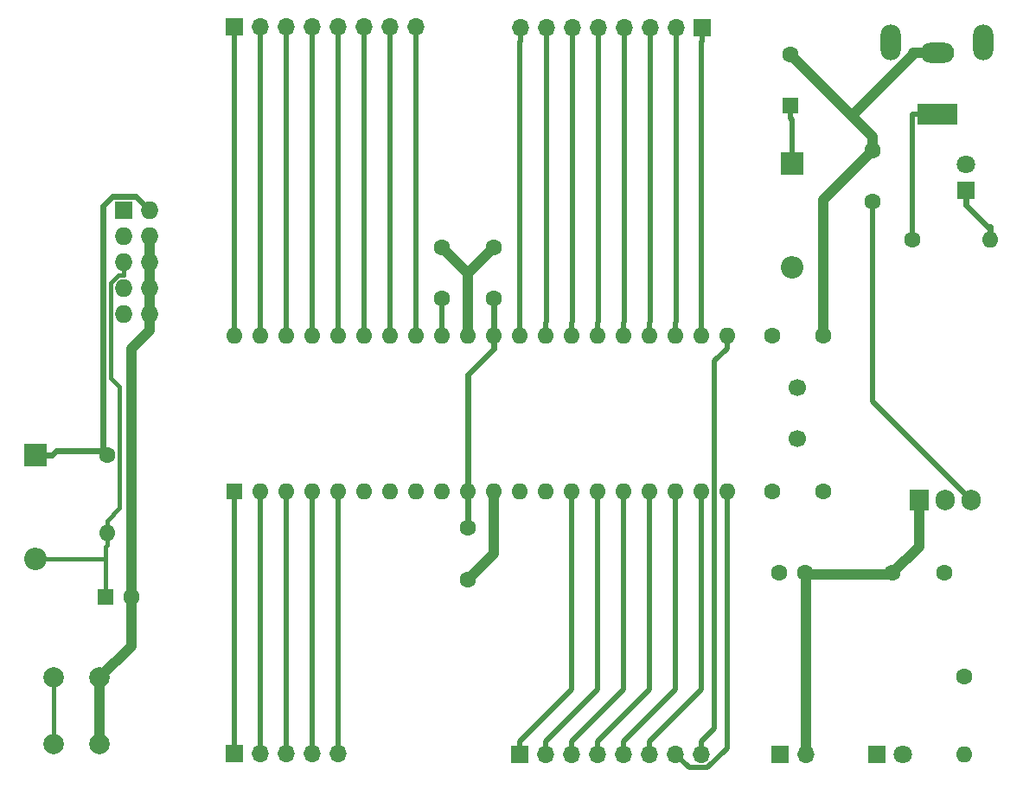
<source format=gbr>
%TF.GenerationSoftware,KiCad,Pcbnew,5.1.6-c6e7f7d~86~ubuntu18.04.1*%
%TF.CreationDate,2020-05-25T18:46:55+02:00*%
%TF.ProjectId,avr_dev_board_atmega16,6176725f-6465-4765-9f62-6f6172645f61,1_0*%
%TF.SameCoordinates,PX2652348PY7832370*%
%TF.FileFunction,Copper,L2,Bot*%
%TF.FilePolarity,Positive*%
%FSLAX46Y46*%
G04 Gerber Fmt 4.6, Leading zero omitted, Abs format (unit mm)*
G04 Created by KiCad (PCBNEW 5.1.6-c6e7f7d~86~ubuntu18.04.1) date 2020-05-25 18:46:55*
%MOMM*%
%LPD*%
G01*
G04 APERTURE LIST*
%TA.AperFunction,ComponentPad*%
%ADD10O,1.905000X2.000000*%
%TD*%
%TA.AperFunction,ComponentPad*%
%ADD11R,1.905000X2.000000*%
%TD*%
%TA.AperFunction,ComponentPad*%
%ADD12O,1.600000X1.600000*%
%TD*%
%TA.AperFunction,ComponentPad*%
%ADD13C,1.600000*%
%TD*%
%TA.AperFunction,ComponentPad*%
%ADD14O,2.000000X3.500000*%
%TD*%
%TA.AperFunction,ComponentPad*%
%ADD15O,3.300000X2.000000*%
%TD*%
%TA.AperFunction,ComponentPad*%
%ADD16R,4.000000X2.000000*%
%TD*%
%TA.AperFunction,ComponentPad*%
%ADD17C,1.800000*%
%TD*%
%TA.AperFunction,ComponentPad*%
%ADD18R,1.800000X1.800000*%
%TD*%
%TA.AperFunction,ComponentPad*%
%ADD19O,2.200000X2.200000*%
%TD*%
%TA.AperFunction,ComponentPad*%
%ADD20R,2.200000X2.200000*%
%TD*%
%TA.AperFunction,ComponentPad*%
%ADD21R,1.600000X1.600000*%
%TD*%
%TA.AperFunction,ComponentPad*%
%ADD22C,1.700000*%
%TD*%
%TA.AperFunction,ComponentPad*%
%ADD23O,1.727200X1.727200*%
%TD*%
%TA.AperFunction,ComponentPad*%
%ADD24R,1.727200X1.727200*%
%TD*%
%TA.AperFunction,ComponentPad*%
%ADD25O,1.700000X1.700000*%
%TD*%
%TA.AperFunction,ComponentPad*%
%ADD26R,1.700000X1.700000*%
%TD*%
%TA.AperFunction,ComponentPad*%
%ADD27C,2.000000*%
%TD*%
%TA.AperFunction,Conductor*%
%ADD28C,0.400000*%
%TD*%
%TA.AperFunction,Conductor*%
%ADD29C,1.000000*%
%TD*%
%TA.AperFunction,Conductor*%
%ADD30C,0.600000*%
%TD*%
%TA.AperFunction,Conductor*%
%ADD31C,0.500000*%
%TD*%
G04 APERTURE END LIST*
D10*
%TO.P,U2,3*%
%TO.N,Net-(C7-Pad1)*%
X95420400Y28818800D03*
%TO.P,U2,2*%
%TO.N,+5V*%
X92880400Y28818800D03*
D11*
%TO.P,U2,1*%
%TO.N,GND*%
X90340400Y28818800D03*
%TD*%
D12*
%TO.P,R3,2*%
%TO.N,Net-(D4-Pad2)*%
X94765400Y3959800D03*
D13*
%TO.P,R3,1*%
%TO.N,+5V*%
X94765400Y11579800D03*
%TD*%
D12*
%TO.P,R2,2*%
%TO.N,Net-(D2-Pad1)*%
X97289400Y54297600D03*
D13*
%TO.P,R2,1*%
%TO.N,Net-(D3-Pad2)*%
X89669400Y54297600D03*
%TD*%
D12*
%TO.P,R1,2*%
%TO.N,/RESET*%
X10807900Y25654000D03*
D13*
%TO.P,R1,1*%
%TO.N,+5V*%
X10807900Y33274000D03*
%TD*%
D14*
%TO.P,J2,MP*%
%TO.N,N/C*%
X87582400Y73598800D03*
X96582400Y73598800D03*
D15*
%TO.P,J2,2*%
%TO.N,GND*%
X92082400Y72598800D03*
D16*
%TO.P,J2,1*%
%TO.N,Net-(D3-Pad2)*%
X92082400Y66598800D03*
%TD*%
D17*
%TO.P,D4,2*%
%TO.N,Net-(D4-Pad2)*%
X88725400Y3959800D03*
D18*
%TO.P,D4,1*%
%TO.N,GND*%
X86185400Y3959800D03*
%TD*%
D19*
%TO.P,D3,2*%
%TO.N,Net-(D3-Pad2)*%
X77869400Y51648400D03*
D20*
%TO.P,D3,1*%
%TO.N,Net-(C7-Pad1)*%
X77869400Y61808400D03*
%TD*%
D17*
%TO.P,D2,2*%
%TO.N,GND*%
X94899400Y61666100D03*
D18*
%TO.P,D2,1*%
%TO.N,Net-(D2-Pad1)*%
X94899400Y59126100D03*
%TD*%
D13*
%TO.P,C10,2*%
%TO.N,GND*%
X87756400Y21709800D03*
%TO.P,C10,1*%
%TO.N,+5V*%
X92756400Y21709800D03*
%TD*%
%TO.P,C9,2*%
%TO.N,GND*%
X79160400Y21709800D03*
%TO.P,C9,1*%
%TO.N,+5V*%
X76660400Y21709800D03*
%TD*%
%TO.P,C8,2*%
%TO.N,GND*%
X85781400Y63054200D03*
%TO.P,C8,1*%
%TO.N,Net-(C7-Pad1)*%
X85781400Y58054200D03*
%TD*%
%TO.P,C7,2*%
%TO.N,GND*%
X77737400Y72442100D03*
D21*
%TO.P,C7,1*%
%TO.N,Net-(C7-Pad1)*%
X77737400Y67442100D03*
%TD*%
D22*
%TO.P,Y1,2*%
%TO.N,Net-(C3-Pad1)*%
X78433400Y39870200D03*
%TO.P,Y1,1*%
%TO.N,Net-(C2-Pad1)*%
X78433400Y34870200D03*
%TD*%
D13*
%TO.P,C3,2*%
%TO.N,GND*%
X80933400Y44940200D03*
%TO.P,C3,1*%
%TO.N,Net-(C3-Pad1)*%
X75933400Y44940200D03*
%TD*%
%TO.P,C2,2*%
%TO.N,GND*%
X80933400Y29700200D03*
%TO.P,C2,1*%
%TO.N,Net-(C2-Pad1)*%
X75933400Y29700200D03*
%TD*%
D23*
%TO.P,J1,10*%
%TO.N,GND*%
X15011600Y47040800D03*
%TO.P,J1,9*%
%TO.N,/MISO*%
X12471600Y47040800D03*
%TO.P,J1,8*%
%TO.N,GND*%
X15011600Y49580800D03*
%TO.P,J1,7*%
%TO.N,/SCK*%
X12471600Y49580800D03*
%TO.P,J1,6*%
%TO.N,GND*%
X15011600Y52120800D03*
%TO.P,J1,5*%
%TO.N,/RESET*%
X12471600Y52120800D03*
%TO.P,J1,4*%
%TO.N,GND*%
X15011600Y54660800D03*
%TO.P,J1,3*%
%TO.N,Net-(J1-Pad3)*%
X12471600Y54660800D03*
%TO.P,J1,2*%
%TO.N,+5V*%
X15011600Y57200800D03*
D24*
%TO.P,J1,1*%
%TO.N,/MOSI*%
X12471600Y57200800D03*
%TD*%
D25*
%TO.P,J6,2*%
%TO.N,GND*%
X79286400Y3959800D03*
D26*
%TO.P,J6,1*%
%TO.N,+5V*%
X76746400Y3959800D03*
%TD*%
D25*
%TO.P,J7,8*%
%TO.N,/PD7*%
X69026300Y3959800D03*
%TO.P,J7,7*%
%TO.N,/PD6*%
X66486300Y3959800D03*
%TO.P,J7,6*%
%TO.N,/PD5*%
X63946300Y3959800D03*
%TO.P,J7,5*%
%TO.N,/PD4*%
X61406300Y3959800D03*
%TO.P,J7,4*%
%TO.N,/PD3*%
X58866300Y3959800D03*
%TO.P,J7,3*%
%TO.N,/PD2*%
X56326300Y3959800D03*
%TO.P,J7,2*%
%TO.N,/PD1*%
X53786300Y3959800D03*
D26*
%TO.P,J7,1*%
%TO.N,/PD0*%
X51246300Y3959800D03*
%TD*%
D25*
%TO.P,J4,8*%
%TO.N,/PC7*%
X51346400Y75079400D03*
%TO.P,J4,7*%
%TO.N,/PC6*%
X53886400Y75079400D03*
%TO.P,J4,6*%
%TO.N,/PC5*%
X56426400Y75079400D03*
%TO.P,J4,5*%
%TO.N,/PC4*%
X58966400Y75079400D03*
%TO.P,J4,4*%
%TO.N,/PC3*%
X61506400Y75079400D03*
%TO.P,J4,3*%
%TO.N,/PC2*%
X64046400Y75079400D03*
%TO.P,J4,2*%
%TO.N,/PC1*%
X66586400Y75079400D03*
D26*
%TO.P,J4,1*%
%TO.N,/PC0*%
X69126400Y75079400D03*
%TD*%
D25*
%TO.P,J3,8*%
%TO.N,/PA7*%
X41072000Y75129400D03*
%TO.P,J3,7*%
%TO.N,/PA6*%
X38532000Y75129400D03*
%TO.P,J3,6*%
%TO.N,/PA5*%
X35992000Y75129400D03*
%TO.P,J3,5*%
%TO.N,/PA4*%
X33452000Y75129400D03*
%TO.P,J3,4*%
%TO.N,/PA3*%
X30912000Y75129400D03*
%TO.P,J3,3*%
%TO.N,/PA2*%
X28372000Y75129400D03*
%TO.P,J3,2*%
%TO.N,/PA1*%
X25832000Y75129400D03*
D26*
%TO.P,J3,1*%
%TO.N,/PA0*%
X23292000Y75129400D03*
%TD*%
D25*
%TO.P,J5,5*%
%TO.N,/PB4*%
X33452000Y4009800D03*
%TO.P,J5,4*%
%TO.N,/PB3*%
X30912000Y4009800D03*
%TO.P,J5,3*%
%TO.N,/PB2*%
X28372000Y4009800D03*
%TO.P,J5,2*%
%TO.N,/PB1*%
X25832000Y4009800D03*
D26*
%TO.P,J5,1*%
%TO.N,/PB0*%
X23292000Y4009800D03*
%TD*%
D27*
%TO.P,SW1,1*%
%TO.N,GND*%
X10113600Y5005800D03*
%TO.P,SW1,2*%
%TO.N,/RESET*%
X5613600Y5005800D03*
%TO.P,SW1,1*%
%TO.N,GND*%
X10113600Y11505800D03*
%TO.P,SW1,2*%
%TO.N,/RESET*%
X5613600Y11505800D03*
%TD*%
D13*
%TO.P,C1,2*%
%TO.N,GND*%
X13168200Y19354800D03*
D21*
%TO.P,C1,1*%
%TO.N,/RESET*%
X10668200Y19354800D03*
%TD*%
D13*
%TO.P,C4,2*%
%TO.N,GND*%
X43612000Y53597800D03*
%TO.P,C4,1*%
%TO.N,Net-(C4-Pad1)*%
X43612000Y48597800D03*
%TD*%
%TO.P,C5,2*%
%TO.N,GND*%
X46152000Y21098000D03*
%TO.P,C5,1*%
%TO.N,+5V*%
X46152000Y26098000D03*
%TD*%
%TO.P,C6,2*%
%TO.N,+5V*%
X48692000Y48597800D03*
%TO.P,C6,1*%
%TO.N,GND*%
X48692000Y53597800D03*
%TD*%
D19*
%TO.P,D1,2*%
%TO.N,/RESET*%
X3822900Y23114000D03*
D20*
%TO.P,D1,1*%
%TO.N,+5V*%
X3822900Y33274000D03*
%TD*%
D12*
%TO.P,U1,40*%
%TO.N,/PA0*%
X23292000Y44940200D03*
%TO.P,U1,20*%
%TO.N,/PD6*%
X71552000Y29700200D03*
%TO.P,U1,39*%
%TO.N,/PA1*%
X25832000Y44940200D03*
%TO.P,U1,19*%
%TO.N,/PD5*%
X69012000Y29700200D03*
%TO.P,U1,38*%
%TO.N,/PA2*%
X28372000Y44940200D03*
%TO.P,U1,18*%
%TO.N,/PD4*%
X66472000Y29700200D03*
%TO.P,U1,37*%
%TO.N,/PA3*%
X30912000Y44940200D03*
%TO.P,U1,17*%
%TO.N,/PD3*%
X63932000Y29700200D03*
%TO.P,U1,36*%
%TO.N,/PA4*%
X33452000Y44940200D03*
%TO.P,U1,16*%
%TO.N,/PD2*%
X61392000Y29700200D03*
%TO.P,U1,35*%
%TO.N,/PA5*%
X35992000Y44940200D03*
%TO.P,U1,15*%
%TO.N,/PD1*%
X58852000Y29700200D03*
%TO.P,U1,34*%
%TO.N,/PA6*%
X38532000Y44940200D03*
%TO.P,U1,14*%
%TO.N,/PD0*%
X56312000Y29700200D03*
%TO.P,U1,33*%
%TO.N,/PA7*%
X41072000Y44940200D03*
%TO.P,U1,13*%
%TO.N,Net-(C2-Pad1)*%
X53772000Y29700200D03*
%TO.P,U1,32*%
%TO.N,Net-(C4-Pad1)*%
X43612000Y44940200D03*
%TO.P,U1,12*%
%TO.N,Net-(C3-Pad1)*%
X51232000Y29700200D03*
%TO.P,U1,31*%
%TO.N,GND*%
X46152000Y44940200D03*
%TO.P,U1,11*%
X48692000Y29700200D03*
%TO.P,U1,30*%
%TO.N,+5V*%
X48692000Y44940200D03*
%TO.P,U1,10*%
X46152000Y29700200D03*
%TO.P,U1,29*%
%TO.N,/PC7*%
X51232000Y44940200D03*
%TO.P,U1,9*%
%TO.N,/RESET*%
X43612000Y29700200D03*
%TO.P,U1,28*%
%TO.N,/PC6*%
X53772000Y44940200D03*
%TO.P,U1,8*%
%TO.N,/SCK*%
X41072000Y29700200D03*
%TO.P,U1,27*%
%TO.N,/PC5*%
X56312000Y44940200D03*
%TO.P,U1,7*%
%TO.N,/MISO*%
X38532000Y29700200D03*
%TO.P,U1,26*%
%TO.N,/PC4*%
X58852000Y44940200D03*
%TO.P,U1,6*%
%TO.N,/MOSI*%
X35992000Y29700200D03*
%TO.P,U1,25*%
%TO.N,/PC3*%
X61392000Y44940200D03*
%TO.P,U1,5*%
%TO.N,/PB4*%
X33452000Y29700200D03*
%TO.P,U1,24*%
%TO.N,/PC2*%
X63932000Y44940200D03*
%TO.P,U1,4*%
%TO.N,/PB3*%
X30912000Y29700200D03*
%TO.P,U1,23*%
%TO.N,/PC1*%
X66472000Y44940200D03*
%TO.P,U1,3*%
%TO.N,/PB2*%
X28372000Y29700200D03*
%TO.P,U1,22*%
%TO.N,/PC0*%
X69012000Y44940200D03*
%TO.P,U1,2*%
%TO.N,/PB1*%
X25832000Y29700200D03*
%TO.P,U1,21*%
%TO.N,/PD7*%
X71552000Y44940200D03*
D21*
%TO.P,U1,1*%
%TO.N,/PB0*%
X23292000Y29700200D03*
%TD*%
D28*
%TO.N,/RESET*%
X10668200Y23114000D02*
X10668200Y24314000D01*
X10668200Y24314000D02*
X10807900Y24453700D01*
X10668200Y19354800D02*
X10668200Y23114000D01*
X10668200Y23114000D02*
X5323200Y23114000D01*
X3822900Y23114000D02*
X5323200Y23114000D01*
X10807900Y25654000D02*
X10807900Y26854300D01*
X12471600Y52120800D02*
X12471600Y50856900D01*
X12471600Y50856900D02*
X11918600Y50856900D01*
X11918600Y50856900D02*
X11154600Y50092900D01*
X11154600Y50092900D02*
X11154600Y40761300D01*
X11154600Y40761300D02*
X12013800Y39902100D01*
X12013800Y39902100D02*
X12013800Y28060200D01*
X12013800Y28060200D02*
X10807900Y26854300D01*
X5613600Y11505800D02*
X5613600Y5005800D01*
X10807900Y25654000D02*
X10807900Y24453700D01*
D29*
%TO.N,GND*%
X13168200Y19354800D02*
X13168200Y14560400D01*
X13168200Y14560400D02*
X10113600Y11505800D01*
X15011600Y45476900D02*
X13168200Y43633500D01*
X13168200Y43633500D02*
X13168200Y19354800D01*
X83725200Y66454400D02*
X85781400Y64398100D01*
X85781400Y64398100D02*
X85781400Y63054200D01*
X77737400Y72442100D02*
X83725200Y66454400D01*
X89732100Y72598800D02*
X89732100Y72461300D01*
X89732100Y72461300D02*
X83725200Y66454400D01*
X92082400Y72598800D02*
X89732100Y72598800D01*
X80933400Y44940200D02*
X80933400Y58206200D01*
X80933400Y58206200D02*
X85781400Y63054200D01*
X79286400Y21583800D02*
X79160400Y21709800D01*
X79286400Y3959800D02*
X79286400Y21583800D01*
X79286400Y21583800D02*
X87630400Y21583800D01*
X87630400Y21583800D02*
X87756400Y21709800D01*
X46152000Y51057800D02*
X48692000Y53597800D01*
X46152000Y44940200D02*
X46152000Y51057800D01*
X46152000Y51057800D02*
X43612000Y53597800D01*
X10113600Y11505800D02*
X10113600Y5005800D01*
X87756400Y21709800D02*
X90340400Y24293800D01*
X90340400Y24293800D02*
X90340400Y28818800D01*
X15011600Y52120800D02*
X15011600Y49580800D01*
X15011600Y54660800D02*
X15011600Y52120800D01*
X15011600Y47040800D02*
X15011600Y49580800D01*
X15011600Y46258900D02*
X15011600Y47040800D01*
X15011600Y46258900D02*
X15011600Y45476900D01*
X48692000Y29700200D02*
X48692000Y23638000D01*
X48692000Y23638000D02*
X46152000Y21098000D01*
D30*
%TO.N,+5V*%
X10407700Y33674200D02*
X10807900Y33274000D01*
X15011600Y57200800D02*
X13647600Y58564800D01*
X13647600Y58564800D02*
X11377100Y58564800D01*
X11377100Y58564800D02*
X10407700Y57595400D01*
X10407700Y57595400D02*
X10407700Y33674200D01*
X10407700Y33674200D02*
X5823400Y33674200D01*
X5823400Y33674200D02*
X5423200Y33274000D01*
X3822900Y33274000D02*
X5423200Y33274000D01*
X48692000Y44940200D02*
X48692000Y43639900D01*
X48692000Y43639900D02*
X46152000Y41099900D01*
X46152000Y41099900D02*
X46152000Y29700200D01*
X48692000Y48597800D02*
X48692000Y44940200D01*
X46152000Y29700200D02*
X46152000Y26098000D01*
D31*
%TO.N,Net-(D3-Pad2)*%
X92082400Y66598800D02*
X89632100Y66598800D01*
X89632100Y66598800D02*
X89632100Y54334900D01*
X89632100Y54334900D02*
X89669400Y54297600D01*
%TO.N,/PA7*%
X41072000Y44940200D02*
X41072000Y75129400D01*
%TO.N,/PA6*%
X38532000Y44940200D02*
X38532000Y75129400D01*
%TO.N,/PA5*%
X35992000Y44940200D02*
X35992000Y75129400D01*
%TO.N,/PA4*%
X33452000Y44940200D02*
X33452000Y75129400D01*
%TO.N,/PA3*%
X30912000Y44940200D02*
X30912000Y75129400D01*
%TO.N,/PA2*%
X28372000Y44940200D02*
X28372000Y75129400D01*
%TO.N,/PA1*%
X25832000Y44940200D02*
X25832000Y75129400D01*
%TO.N,/PA0*%
X23292000Y44940200D02*
X23292000Y75129400D01*
%TO.N,/PC0*%
X69126400Y75079400D02*
X69126400Y73779100D01*
X69012000Y44940200D02*
X69012000Y73664700D01*
X69012000Y73664700D02*
X69126400Y73779100D01*
%TO.N,/PC1*%
X66472000Y44940200D02*
X66472000Y46190500D01*
X66472000Y46190500D02*
X66586400Y46304900D01*
X66586400Y46304900D02*
X66586400Y75079400D01*
%TO.N,/PC2*%
X63932000Y44940200D02*
X63932000Y46190500D01*
X63932000Y46190500D02*
X64046400Y46304900D01*
X64046400Y46304900D02*
X64046400Y75079400D01*
%TO.N,/PC3*%
X61392000Y44940200D02*
X61392000Y46190500D01*
X61392000Y46190500D02*
X61506400Y46304900D01*
X61506400Y46304900D02*
X61506400Y75079400D01*
%TO.N,/PC4*%
X58852000Y44940200D02*
X58852000Y46190500D01*
X58852000Y46190500D02*
X58966400Y46304900D01*
X58966400Y46304900D02*
X58966400Y75079400D01*
%TO.N,/PC5*%
X56312000Y44940200D02*
X56312000Y46190500D01*
X56312000Y46190500D02*
X56426400Y46304900D01*
X56426400Y46304900D02*
X56426400Y75079400D01*
%TO.N,/PC6*%
X53772000Y44940200D02*
X53772000Y46190500D01*
X53772000Y46190500D02*
X53886400Y46304900D01*
X53886400Y46304900D02*
X53886400Y75079400D01*
%TO.N,/PC7*%
X51346400Y75079400D02*
X51346400Y73779100D01*
X51232000Y44940200D02*
X51232000Y73664700D01*
X51232000Y73664700D02*
X51346400Y73779100D01*
%TO.N,/PB4*%
X33452000Y29700200D02*
X33452000Y4009800D01*
%TO.N,/PB3*%
X30912000Y29700200D02*
X30912000Y4009800D01*
%TO.N,/PB2*%
X28372000Y29700200D02*
X28372000Y4009800D01*
%TO.N,/PB1*%
X25832000Y29700200D02*
X25832000Y4009800D01*
%TO.N,/PB0*%
X23292000Y29700200D02*
X23292000Y4009800D01*
%TO.N,/PD0*%
X56312000Y29700200D02*
X56312000Y10325800D01*
X56312000Y10325800D02*
X51246300Y5260100D01*
X51246300Y3959800D02*
X51246300Y5260100D01*
%TO.N,/PD1*%
X58852000Y29700200D02*
X58852000Y10325800D01*
X58852000Y10325800D02*
X53786300Y5260100D01*
X53786300Y3959800D02*
X53786300Y5260100D01*
%TO.N,/PD2*%
X61392000Y29700200D02*
X61392000Y10325800D01*
X61392000Y10325800D02*
X56326300Y5260100D01*
X56326300Y3959800D02*
X56326300Y5260100D01*
%TO.N,/PD3*%
X63932000Y29700200D02*
X63932000Y10325800D01*
X63932000Y10325800D02*
X58866300Y5260100D01*
X58866300Y3959800D02*
X58866300Y5260100D01*
%TO.N,/PD4*%
X66472000Y29700200D02*
X66472000Y10325800D01*
X66472000Y10325800D02*
X61406300Y5260100D01*
X61406300Y3959800D02*
X61406300Y5260100D01*
%TO.N,/PD5*%
X63946300Y3959800D02*
X63946300Y5260100D01*
X69012000Y29700200D02*
X69012000Y10325800D01*
X69012000Y10325800D02*
X63946300Y5260100D01*
%TO.N,/PD6*%
X71552000Y29700200D02*
X71552000Y4584300D01*
X71552000Y4584300D02*
X69625600Y2657900D01*
X69625600Y2657900D02*
X67788200Y2657900D01*
X67788200Y2657900D02*
X66486300Y3959800D01*
%TO.N,/PD7*%
X69026300Y3959800D02*
X69026300Y5260100D01*
X71552000Y44940200D02*
X71552000Y43689900D01*
X71552000Y43689900D02*
X70301700Y42439600D01*
X70301700Y42439600D02*
X70301700Y6535500D01*
X70301700Y6535500D02*
X69026300Y5260100D01*
%TO.N,Net-(C7-Pad1)*%
X85781400Y58054200D02*
X85781400Y38457800D01*
X85781400Y38457800D02*
X95420400Y28818800D01*
X77737400Y67442100D02*
X77737400Y66191800D01*
X77737400Y66191800D02*
X77869400Y66059800D01*
X77869400Y66059800D02*
X77869400Y61808400D01*
%TO.N,Net-(C4-Pad1)*%
X43612000Y44940200D02*
X43612000Y48597800D01*
D30*
%TO.N,Net-(D2-Pad1)*%
X97289400Y54297600D02*
X97289400Y55597900D01*
X94899400Y59126100D02*
X94899400Y57725800D01*
X94899400Y57725800D02*
X97027300Y55597900D01*
X97027300Y55597900D02*
X97289400Y55597900D01*
%TD*%
M02*

</source>
